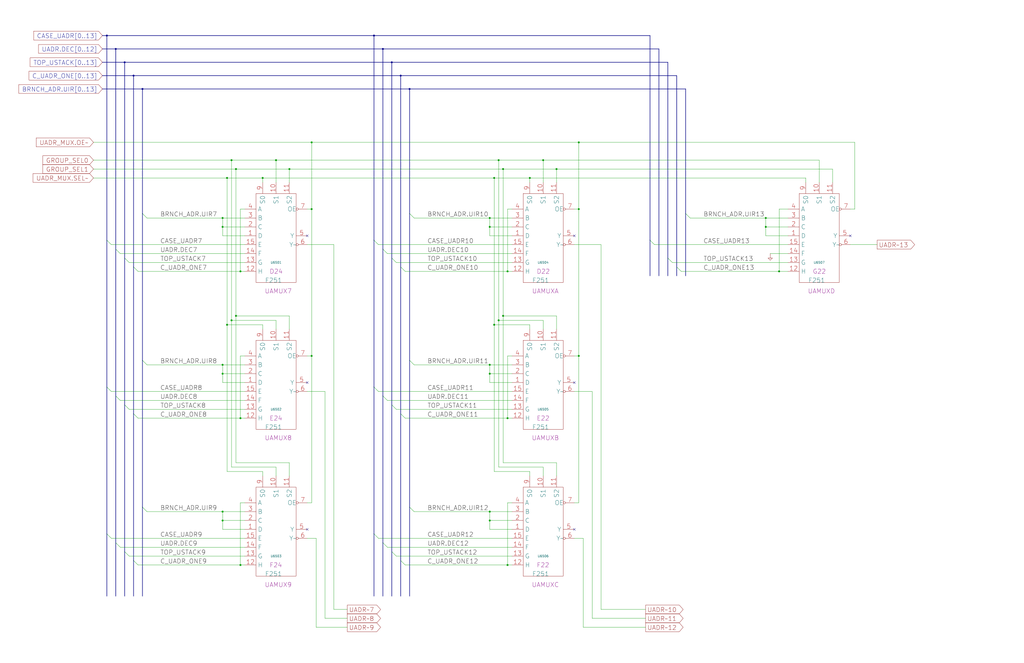
<source format=kicad_sch>
(kicad_sch (version 20250114) (generator "eeschema") (generator_version "9.0")
  (paper "User" 584.2 378.46)
  (title_block (title "UADR MUX - BITS (7:15)") (date "22-MAY-90") (rev "1.0") (comment 1 "SEQUENCER") (comment 2 "232-003064") (comment 3 "S400") (comment 4 "RELEASED"))
  (lib_symbols
    (symbol "r1000:F251" (pin_names (offset 1.016))
      (property "Reference" "U" (at 2.54 5.08 0))
      (property "Value" "F251" (at -3.81 -5.08 0))
      (property "Location" "___" (at -1.27 0 0))
      (property "Name" "______" (at 3.81 -12.7 0))
      (symbol "F251_1_1"
        (rectangle (start -8.89 44.45) (end 13.97 -6.35))
        (circle (center 14.605 35.56) (radius 0.635))
        (circle (center 14.605 15.24) (radius 0.635))
        (pin input line (at -15.24 35.56 0) (length 6.35) (name "A") (number "4"))
        (pin input line (at -15.24 30.48 0) (length 6.35) (name "B") (number "3"))
        (pin input line (at -15.24 25.4 0) (length 6.35) (name "C") (number "2"))
        (pin input line (at -15.24 20.32 0) (length 6.35) (name "D") (number "1"))
        (pin input line (at -15.24 15.24 0) (length 6.35) (name "E") (number "15"))
        (pin input line (at -15.24 10.16 0) (length 6.35) (name "F") (number "14"))
        (pin input line (at -15.24 5.08 0) (length 6.35) (name "G") (number "13"))
        (pin input line (at -15.24 0 0) (length 6.35) (name "H") (number "12"))
        (pin input line (at -5.08 50.8 270) (length 6.35) (name "S0") (number "9"))
        (pin input line (at 2.54 50.8 270) (length 6.35) (name "S1") (number "10"))
        (pin input line (at 10.16 50.8 270) (length 6.35) (name "S2") (number "11"))
        (pin input line (at 20.32 35.56 180) (length 5.08) (name "OE") (number "7"))
        (pin tri_state line (at 20.32 20.32 180) (length 6.35) (name "Y") (number "5"))
        (pin tri_state line (at 20.32 15.24 180) (length 5.08) (name "Y~") (number "6"))
      )
    )
    (symbol "r1000:PD" (power) (pin_numbers (hide yes)) (pin_names (hide yes)) (in_bom no)
      (symbol "PD_0_1"
        (polyline (pts (xy 0 -2.54) (xy 1.27 -2.54) (xy 0 -3.81) (xy -1.27 -2.54) (xy 0 -2.54)) (stroke (width 0.1524)))
      )
      (symbol "PD_1_1"
        (pin power_in line (at 0 0 270) (length 2.54) (name "PD") (number "1"))
      )
    )
  )
  (junction (at 279.4 129.54))
  (junction (at 134.62 96.52))
  (junction (at 289.56 322.58))
  (junction (at 165.1 96.52))
  (junction (at 223.52 35.56))
  (junction (at 137.16 238.76))
  (junction (at 279.4 124.46))
  (junction (at 137.16 154.94))
  (junction (at 76.2 43.18))
  (junction (at 302.26 101.6))
  (junction (at 218.44 27.94))
  (junction (at 233.68 50.8))
  (junction (at 129.54 101.6))
  (junction (at 281.94 185.42))
  (junction (at 279.4 208.28))
  (junction (at 436.88 124.46))
  (junction (at 134.62 180.34))
  (junction (at 330.2 203.2))
  (junction (at 281.94 101.6))
  (junction (at 287.02 180.34))
  (junction (at 284.48 91.44))
  (junction (at 284.48 182.88))
  (junction (at 127 292.1))
  (junction (at 289.56 238.76))
  (junction (at 444.5 154.94))
  (junction (at 127 129.54))
  (junction (at 330.2 119.38))
  (junction (at 177.8 203.2))
  (junction (at 149.86 101.6))
  (junction (at 279.4 292.1))
  (junction (at 157.48 91.44))
  (junction (at 81.28 50.8))
  (junction (at 309.88 91.44))
  (junction (at 228.6 43.18))
  (junction (at 330.2 81.28))
  (junction (at 127 213.36))
  (junction (at 127 208.28))
  (junction (at 132.08 91.44))
  (junction (at 213.36 20.32))
  (junction (at 127 297.18))
  (junction (at 66.04 27.94))
  (junction (at 436.88 129.54))
  (junction (at 317.5 96.52))
  (junction (at 289.56 154.94))
  (junction (at 137.16 322.58))
  (junction (at 279.4 297.18))
  (junction (at 129.54 185.42))
  (junction (at 177.8 119.38))
  (junction (at 60.96 20.32))
  (junction (at 177.8 81.28))
  (junction (at 71.12 35.56))
  (junction (at 279.4 213.36))
  (junction (at 287.02 96.52))
  (junction (at 127 124.46))
  (junction (at 132.08 182.88))
  (no_connect (at 175.26 218.44))
  (no_connect (at 175.26 302.26))
  (no_connect (at 175.26 134.62))
  (no_connect (at 327.66 218.44))
  (no_connect (at 327.66 134.62))
  (no_connect (at 485.14 134.62))
  (no_connect (at 327.66 302.26))
  (bus_entry (at 76.2 236.22) (size 2.54 2.54))
  (bus_entry (at 60.96 304.8) (size 2.54 2.54))
  (bus_entry (at 71.12 147.32) (size 2.54 2.54))
  (bus_entry (at 66.04 309.88) (size 2.54 2.54))
  (bus_entry (at 386.08 152.4) (size 2.54 2.54))
  (bus_entry (at 391.16 121.92) (size 2.54 2.54))
  (bus_entry (at 81.28 289.56) (size 2.54 2.54))
  (bus_entry (at 223.52 231.14) (size 2.54 2.54))
  (bus_entry (at 370.84 137.16) (size 2.54 2.54))
  (bus_entry (at 223.52 314.96) (size 2.54 2.54))
  (bus_entry (at 66.04 226.06) (size 2.54 2.54))
  (bus_entry (at 81.28 121.92) (size 2.54 2.54))
  (bus_entry (at 233.68 289.56) (size 2.54 2.54))
  (bus_entry (at 213.36 304.8) (size 2.54 2.54))
  (bus_entry (at 218.44 142.24) (size 2.54 2.54))
  (bus_entry (at 228.6 152.4) (size 2.54 2.54))
  (bus_entry (at 60.96 137.16) (size 2.54 2.54))
  (bus_entry (at 233.68 121.92) (size 2.54 2.54))
  (bus_entry (at 213.36 137.16) (size 2.54 2.54))
  (bus_entry (at 76.2 320.04) (size 2.54 2.54))
  (bus_entry (at 228.6 320.04) (size 2.54 2.54))
  (bus_entry (at 233.68 205.74) (size 2.54 2.54))
  (bus_entry (at 71.12 314.96) (size 2.54 2.54))
  (bus_entry (at 76.2 152.4) (size 2.54 2.54))
  (bus_entry (at 218.44 309.88) (size 2.54 2.54))
  (bus_entry (at 81.28 205.74) (size 2.54 2.54))
  (bus_entry (at 213.36 220.98) (size 2.54 2.54))
  (bus_entry (at 218.44 226.06) (size 2.54 2.54))
  (bus_entry (at 223.52 147.32) (size 2.54 2.54))
  (bus_entry (at 71.12 231.14) (size 2.54 2.54))
  (bus_entry (at 381 147.32) (size 2.54 2.54))
  (bus_entry (at 66.04 142.24) (size 2.54 2.54))
  (bus_entry (at 60.96 220.98) (size 2.54 2.54))
  (bus_entry (at 228.6 236.22) (size 2.54 2.54))
  (wire (pts (xy 279.4 134.62) (xy 292.1 134.62)))
  (wire (pts (xy 149.86 269.24) (xy 129.54 269.24)))
  (bus (pts (xy 233.68 205.74) (xy 233.68 289.56)))
  (bus (pts (xy 66.04 27.94) (xy 66.04 142.24)))
  (wire (pts (xy 309.88 187.96) (xy 309.88 182.88)))
  (wire (pts (xy 165.1 187.96) (xy 165.1 180.34)))
  (wire (pts (xy 485.14 139.7) (xy 500.38 139.7)))
  (wire (pts (xy 132.08 182.88) (xy 132.08 91.44)))
  (wire (pts (xy 63.5 139.7) (xy 139.7 139.7)))
  (wire (pts (xy 149.86 187.96) (xy 149.86 185.42)))
  (wire (pts (xy 127 218.44) (xy 139.7 218.44)))
  (wire (pts (xy 436.88 129.54) (xy 449.58 129.54)))
  (wire (pts (xy 327.66 139.7) (xy 342.9 139.7)))
  (wire (pts (xy 309.88 91.44) (xy 309.88 104.14)))
  (bus (pts (xy 391.16 50.8) (xy 391.16 121.92)))
  (bus (pts (xy 213.36 20.32) (xy 213.36 137.16)))
  (wire (pts (xy 185.42 223.52) (xy 185.42 353.06)))
  (bus (pts (xy 375.92 27.94) (xy 375.92 157.48)))
  (wire (pts (xy 309.88 91.44) (xy 467.36 91.44)))
  (wire (pts (xy 485.14 119.38) (xy 487.68 119.38)))
  (bus (pts (xy 228.6 152.4) (xy 228.6 236.22)))
  (wire (pts (xy 63.5 307.34) (xy 139.7 307.34)))
  (wire (pts (xy 292.1 119.38) (xy 289.56 119.38)))
  (wire (pts (xy 132.08 182.88) (xy 157.48 182.88)))
  (bus (pts (xy 233.68 50.8) (xy 233.68 121.92)))
  (wire (pts (xy 327.66 223.52) (xy 337.82 223.52)))
  (wire (pts (xy 127 129.54) (xy 127 134.62)))
  (wire (pts (xy 226.06 233.68) (xy 292.1 233.68)))
  (wire (pts (xy 327.66 203.2) (xy 330.2 203.2)))
  (wire (pts (xy 190.5 139.7) (xy 190.5 347.98)))
  (bus (pts (xy 58.42 50.8) (xy 81.28 50.8)))
  (wire (pts (xy 139.7 292.1) (xy 127 292.1)))
  (bus (pts (xy 233.68 289.56) (xy 233.68 340.36)))
  (wire (pts (xy 68.58 228.6) (xy 139.7 228.6)))
  (wire (pts (xy 289.56 154.94) (xy 292.1 154.94)))
  (wire (pts (xy 279.4 213.36) (xy 279.4 218.44)))
  (wire (pts (xy 289.56 119.38) (xy 289.56 154.94)))
  (wire (pts (xy 175.26 119.38) (xy 177.8 119.38)))
  (wire (pts (xy 139.7 119.38) (xy 137.16 119.38)))
  (bus (pts (xy 386.08 152.4) (xy 386.08 157.48)))
  (wire (pts (xy 127 124.46) (xy 127 129.54)))
  (bus (pts (xy 66.04 27.94) (xy 218.44 27.94)))
  (wire (pts (xy 373.38 139.7) (xy 449.58 139.7)))
  (wire (pts (xy 327.66 307.34) (xy 332.74 307.34)))
  (wire (pts (xy 127 297.18) (xy 127 302.26)))
  (wire (pts (xy 127 297.18) (xy 139.7 297.18)))
  (wire (pts (xy 231.14 154.94) (xy 289.56 154.94)))
  (wire (pts (xy 289.56 287.02) (xy 289.56 322.58)))
  (wire (pts (xy 127 292.1) (xy 127 297.18)))
  (wire (pts (xy 83.82 124.46) (xy 127 124.46)))
  (wire (pts (xy 444.5 119.38) (xy 444.5 154.94)))
  (bus (pts (xy 81.28 289.56) (xy 81.28 340.36)))
  (bus (pts (xy 71.12 35.56) (xy 223.52 35.56)))
  (wire (pts (xy 127 302.26) (xy 139.7 302.26)))
  (bus (pts (xy 66.04 226.06) (xy 66.04 309.88)))
  (wire (pts (xy 302.26 101.6) (xy 302.26 104.14)))
  (bus (pts (xy 60.96 137.16) (xy 60.96 220.98)))
  (wire (pts (xy 292.1 292.1) (xy 279.4 292.1)))
  (bus (pts (xy 58.42 35.56) (xy 71.12 35.56)))
  (wire (pts (xy 63.5 223.52) (xy 139.7 223.52)))
  (wire (pts (xy 279.4 124.46) (xy 279.4 129.54)))
  (wire (pts (xy 289.56 322.58) (xy 292.1 322.58)))
  (wire (pts (xy 309.88 271.78) (xy 309.88 266.7)))
  (wire (pts (xy 281.94 185.42) (xy 281.94 269.24)))
  (wire (pts (xy 279.4 302.26) (xy 292.1 302.26)))
  (wire (pts (xy 137.16 287.02) (xy 137.16 322.58)))
  (bus (pts (xy 223.52 35.56) (xy 223.52 147.32)))
  (wire (pts (xy 53.34 91.44) (xy 132.08 91.44)))
  (wire (pts (xy 459.74 101.6) (xy 459.74 104.14)))
  (wire (pts (xy 157.48 266.7) (xy 132.08 266.7)))
  (wire (pts (xy 226.06 317.5) (xy 292.1 317.5)))
  (wire (pts (xy 185.42 353.06) (xy 198.12 353.06)))
  (wire (pts (xy 127 208.28) (xy 127 213.36)))
  (bus (pts (xy 218.44 309.88) (xy 218.44 340.36)))
  (wire (pts (xy 175.26 307.34) (xy 180.34 307.34)))
  (bus (pts (xy 228.6 236.22) (xy 228.6 320.04)))
  (wire (pts (xy 279.4 213.36) (xy 292.1 213.36)))
  (bus (pts (xy 386.08 43.18) (xy 386.08 152.4)))
  (wire (pts (xy 137.16 238.76) (xy 139.7 238.76)))
  (wire (pts (xy 383.54 149.86) (xy 449.58 149.86)))
  (wire (pts (xy 436.88 134.62) (xy 449.58 134.62)))
  (wire (pts (xy 279.4 292.1) (xy 279.4 297.18)))
  (wire (pts (xy 292.1 124.46) (xy 279.4 124.46)))
  (wire (pts (xy 474.98 96.52) (xy 474.98 104.14)))
  (wire (pts (xy 139.7 208.28) (xy 127 208.28)))
  (wire (pts (xy 180.34 358.14) (xy 198.12 358.14)))
  (wire (pts (xy 139.7 124.46) (xy 127 124.46)))
  (wire (pts (xy 292.1 203.2) (xy 289.56 203.2)))
  (wire (pts (xy 177.8 203.2) (xy 177.8 119.38)))
  (wire (pts (xy 73.66 149.86) (xy 139.7 149.86)))
  (wire (pts (xy 177.8 287.02) (xy 177.8 203.2)))
  (wire (pts (xy 284.48 91.44) (xy 309.88 91.44)))
  (bus (pts (xy 213.36 220.98) (xy 213.36 304.8)))
  (wire (pts (xy 134.62 96.52) (xy 165.1 96.52)))
  (wire (pts (xy 137.16 119.38) (xy 137.16 154.94)))
  (bus (pts (xy 60.96 20.32) (xy 60.96 137.16)))
  (bus (pts (xy 218.44 142.24) (xy 218.44 226.06)))
  (bus (pts (xy 81.28 121.92) (xy 81.28 205.74)))
  (wire (pts (xy 165.1 96.52) (xy 165.1 104.14)))
  (bus (pts (xy 223.52 35.56) (xy 381 35.56)))
  (wire (pts (xy 436.88 124.46) (xy 436.88 129.54)))
  (bus (pts (xy 71.12 231.14) (xy 71.12 314.96)))
  (wire (pts (xy 149.86 271.78) (xy 149.86 269.24)))
  (bus (pts (xy 66.04 309.88) (xy 66.04 340.36)))
  (wire (pts (xy 337.82 223.52) (xy 337.82 353.06)))
  (bus (pts (xy 81.28 205.74) (xy 81.28 289.56)))
  (bus (pts (xy 233.68 121.92) (xy 233.68 205.74)))
  (wire (pts (xy 157.48 91.44) (xy 157.48 104.14)))
  (wire (pts (xy 236.22 292.1) (xy 279.4 292.1)))
  (bus (pts (xy 71.12 35.56) (xy 71.12 147.32)))
  (wire (pts (xy 134.62 180.34) (xy 165.1 180.34)))
  (wire (pts (xy 231.14 238.76) (xy 289.56 238.76)))
  (wire (pts (xy 220.98 144.78) (xy 292.1 144.78)))
  (wire (pts (xy 327.66 287.02) (xy 330.2 287.02)))
  (wire (pts (xy 292.1 208.28) (xy 279.4 208.28)))
  (bus (pts (xy 76.2 236.22) (xy 76.2 320.04)))
  (wire (pts (xy 78.74 238.76) (xy 137.16 238.76)))
  (wire (pts (xy 330.2 81.28) (xy 177.8 81.28)))
  (wire (pts (xy 302.26 269.24) (xy 281.94 269.24)))
  (wire (pts (xy 226.06 149.86) (xy 292.1 149.86)))
  (bus (pts (xy 223.52 314.96) (xy 223.52 340.36)))
  (wire (pts (xy 436.88 129.54) (xy 436.88 134.62)))
  (bus (pts (xy 58.42 20.32) (xy 60.96 20.32)))
  (wire (pts (xy 317.5 187.96) (xy 317.5 180.34)))
  (bus (pts (xy 370.84 137.16) (xy 370.84 157.48)))
  (wire (pts (xy 215.9 139.7) (xy 292.1 139.7)))
  (wire (pts (xy 157.48 91.44) (xy 284.48 91.44)))
  (wire (pts (xy 289.56 203.2) (xy 289.56 238.76)))
  (bus (pts (xy 58.42 27.94) (xy 66.04 27.94)))
  (wire (pts (xy 73.66 233.68) (xy 139.7 233.68)))
  (wire (pts (xy 177.8 81.28) (xy 177.8 119.38)))
  (wire (pts (xy 53.34 81.28) (xy 177.8 81.28)))
  (wire (pts (xy 175.26 223.52) (xy 185.42 223.52)))
  (bus (pts (xy 60.96 220.98) (xy 60.96 304.8)))
  (wire (pts (xy 53.34 96.52) (xy 134.62 96.52)))
  (wire (pts (xy 281.94 185.42) (xy 302.26 185.42)))
  (wire (pts (xy 439.42 144.78) (xy 449.58 144.78)))
  (bus (pts (xy 381 35.56) (xy 381 147.32)))
  (wire (pts (xy 68.58 144.78) (xy 139.7 144.78)))
  (wire (pts (xy 132.08 91.44) (xy 157.48 91.44)))
  (wire (pts (xy 149.86 101.6) (xy 281.94 101.6)))
  (wire (pts (xy 281.94 101.6) (xy 302.26 101.6)))
  (wire (pts (xy 449.58 124.46) (xy 436.88 124.46)))
  (wire (pts (xy 127 134.62) (xy 139.7 134.62)))
  (bus (pts (xy 381 147.32) (xy 381 157.48)))
  (wire (pts (xy 332.74 307.34) (xy 332.74 358.14)))
  (wire (pts (xy 137.16 203.2) (xy 137.16 238.76)))
  (wire (pts (xy 317.5 271.78) (xy 317.5 264.16)))
  (wire (pts (xy 220.98 228.6) (xy 292.1 228.6)))
  (bus (pts (xy 391.16 121.92) (xy 391.16 157.48)))
  (wire (pts (xy 284.48 182.88) (xy 309.88 182.88)))
  (wire (pts (xy 83.82 292.1) (xy 127 292.1)))
  (wire (pts (xy 129.54 185.42) (xy 129.54 101.6)))
  (wire (pts (xy 467.36 91.44) (xy 467.36 104.14)))
  (wire (pts (xy 302.26 187.96) (xy 302.26 185.42)))
  (bus (pts (xy 66.04 142.24) (xy 66.04 226.06)))
  (wire (pts (xy 220.98 312.42) (xy 292.1 312.42)))
  (wire (pts (xy 330.2 203.2) (xy 330.2 119.38)))
  (bus (pts (xy 213.36 304.8) (xy 213.36 340.36)))
  (wire (pts (xy 137.16 154.94) (xy 139.7 154.94)))
  (wire (pts (xy 449.58 119.38) (xy 444.5 119.38)))
  (wire (pts (xy 279.4 297.18) (xy 292.1 297.18)))
  (wire (pts (xy 342.9 139.7) (xy 342.9 347.98)))
  (wire (pts (xy 180.34 307.34) (xy 180.34 358.14)))
  (bus (pts (xy 228.6 43.18) (xy 386.08 43.18)))
  (bus (pts (xy 81.28 50.8) (xy 81.28 121.92)))
  (wire (pts (xy 327.66 119.38) (xy 330.2 119.38)))
  (wire (pts (xy 287.02 180.34) (xy 317.5 180.34)))
  (wire (pts (xy 175.26 139.7) (xy 190.5 139.7)))
  (wire (pts (xy 231.14 322.58) (xy 289.56 322.58)))
  (wire (pts (xy 83.82 208.28) (xy 127 208.28)))
  (wire (pts (xy 157.48 187.96) (xy 157.48 182.88)))
  (wire (pts (xy 330.2 287.02) (xy 330.2 203.2)))
  (bus (pts (xy 213.36 137.16) (xy 213.36 220.98)))
  (wire (pts (xy 175.26 203.2) (xy 177.8 203.2)))
  (wire (pts (xy 132.08 266.7) (xy 132.08 182.88)))
  (wire (pts (xy 215.9 223.52) (xy 292.1 223.52)))
  (bus (pts (xy 60.96 20.32) (xy 213.36 20.32)))
  (wire (pts (xy 292.1 287.02) (xy 289.56 287.02)))
  (wire (pts (xy 287.02 96.52) (xy 287.02 180.34)))
  (wire (pts (xy 317.5 96.52) (xy 317.5 104.14)))
  (wire (pts (xy 127 213.36) (xy 127 218.44)))
  (bus (pts (xy 218.44 27.94) (xy 218.44 142.24)))
  (wire (pts (xy 165.1 96.52) (xy 287.02 96.52)))
  (wire (pts (xy 302.26 271.78) (xy 302.26 269.24)))
  (wire (pts (xy 281.94 101.6) (xy 281.94 185.42)))
  (wire (pts (xy 284.48 91.44) (xy 284.48 182.88)))
  (wire (pts (xy 317.5 264.16) (xy 287.02 264.16)))
  (wire (pts (xy 78.74 154.94) (xy 137.16 154.94)))
  (wire (pts (xy 68.58 312.42) (xy 139.7 312.42)))
  (bus (pts (xy 76.2 43.18) (xy 76.2 152.4)))
  (bus (pts (xy 223.52 231.14) (xy 223.52 314.96)))
  (wire (pts (xy 337.82 353.06) (xy 368.3 353.06)))
  (wire (pts (xy 289.56 238.76) (xy 292.1 238.76)))
  (wire (pts (xy 137.16 322.58) (xy 139.7 322.58)))
  (wire (pts (xy 175.26 287.02) (xy 177.8 287.02)))
  (bus (pts (xy 71.12 314.96) (xy 71.12 340.36)))
  (wire (pts (xy 487.68 119.38) (xy 487.68 81.28)))
  (bus (pts (xy 76.2 152.4) (xy 76.2 236.22)))
  (wire (pts (xy 139.7 287.02) (xy 137.16 287.02)))
  (bus (pts (xy 213.36 20.32) (xy 370.84 20.32)))
  (wire (pts (xy 157.48 271.78) (xy 157.48 266.7)))
  (wire (pts (xy 317.5 96.52) (xy 474.98 96.52)))
  (wire (pts (xy 279.4 129.54) (xy 292.1 129.54)))
  (wire (pts (xy 165.1 271.78) (xy 165.1 264.16)))
  (wire (pts (xy 279.4 208.28) (xy 279.4 213.36)))
  (bus (pts (xy 223.52 147.32) (xy 223.52 231.14)))
  (wire (pts (xy 332.74 358.14) (xy 368.3 358.14)))
  (wire (pts (xy 78.74 322.58) (xy 137.16 322.58)))
  (bus (pts (xy 233.68 50.8) (xy 391.16 50.8)))
  (wire (pts (xy 287.02 96.52) (xy 317.5 96.52)))
  (wire (pts (xy 134.62 264.16) (xy 134.62 180.34)))
  (wire (pts (xy 236.22 124.46) (xy 279.4 124.46)))
  (wire (pts (xy 165.1 264.16) (xy 134.62 264.16)))
  (bus (pts (xy 60.96 304.8) (xy 60.96 340.36)))
  (wire (pts (xy 149.86 101.6) (xy 149.86 104.14)))
  (wire (pts (xy 330.2 81.28) (xy 487.68 81.28)))
  (wire (pts (xy 284.48 182.88) (xy 284.48 266.7)))
  (wire (pts (xy 127 213.36) (xy 139.7 213.36)))
  (wire (pts (xy 279.4 129.54) (xy 279.4 134.62)))
  (wire (pts (xy 388.62 154.94) (xy 444.5 154.94)))
  (bus (pts (xy 218.44 226.06) (xy 218.44 309.88)))
  (bus (pts (xy 218.44 27.94) (xy 375.92 27.94)))
  (wire (pts (xy 302.26 101.6) (xy 459.74 101.6)))
  (wire (pts (xy 309.88 266.7) (xy 284.48 266.7)))
  (bus (pts (xy 81.28 50.8) (xy 233.68 50.8)))
  (bus (pts (xy 228.6 43.18) (xy 228.6 152.4)))
  (wire (pts (xy 236.22 208.28) (xy 279.4 208.28)))
  (wire (pts (xy 393.7 124.46) (xy 436.88 124.46)))
  (wire (pts (xy 134.62 180.34) (xy 134.62 96.52)))
  (wire (pts (xy 129.54 269.24) (xy 129.54 185.42)))
  (wire (pts (xy 53.34 101.6) (xy 129.54 101.6)))
  (wire (pts (xy 287.02 180.34) (xy 287.02 264.16)))
  (wire (pts (xy 330.2 119.38) (xy 330.2 81.28)))
  (wire (pts (xy 129.54 185.42) (xy 149.86 185.42)))
  (bus (pts (xy 58.42 43.18) (xy 76.2 43.18)))
  (wire (pts (xy 73.66 317.5) (xy 139.7 317.5)))
  (wire (pts (xy 279.4 218.44) (xy 292.1 218.44)))
  (bus (pts (xy 228.6 320.04) (xy 228.6 340.36)))
  (wire (pts (xy 139.7 203.2) (xy 137.16 203.2)))
  (wire (pts (xy 127 129.54) (xy 139.7 129.54)))
  (bus (pts (xy 76.2 43.18) (xy 228.6 43.18)))
  (wire (pts (xy 215.9 307.34) (xy 292.1 307.34)))
  (bus (pts (xy 76.2 320.04) (xy 76.2 340.36)))
  (wire (pts (xy 279.4 297.18) (xy 279.4 302.26)))
  (wire (pts (xy 444.5 154.94) (xy 449.58 154.94)))
  (bus (pts (xy 370.84 20.32) (xy 370.84 137.16)))
  (bus (pts (xy 71.12 147.32) (xy 71.12 231.14)))
  (wire (pts (xy 129.54 101.6) (xy 149.86 101.6)))
  (wire (pts (xy 190.5 347.98) (xy 198.12 347.98)))
  (wire (pts (xy 342.9 347.98) (xy 368.3 347.98)))
  (label "C_UADR_ONE10" (at 243.84 154.94 0) (effects (font (size 2.54 2.54))))
  (label "TOP_USTACK12" (at 243.84 317.5 0) (effects (font (size 2.54 2.54))))
  (label "UADR.DEC12" (at 243.84 312.42 0) (effects (font (size 2.54 2.54))))
  (label "C_UADR_ONE13" (at 401.32 154.94 0) (effects (font (size 2.54 2.54))))
  (label "CASE_UADR13" (at 401.32 139.7 0) (effects (font (size 2.54 2.54))))
  (label "BRNCH_ADR.UIR10" (at 243.84 124.46 0) (effects (font (size 2.54 2.54))))
  (label "UADR.DEC10" (at 243.84 144.78 0) (effects (font (size 2.54 2.54))))
  (label "C_UADR_ONE8" (at 91.44 238.76 0) (effects (font (size 2.54 2.54))))
  (label "C_UADR_ONE9" (at 91.44 322.58 0) (effects (font (size 2.54 2.54))))
  (label "C_UADR_ONE11" (at 243.84 238.76 0) (effects (font (size 2.54 2.54))))
  (label "TOP_USTACK7" (at 91.44 149.86 0) (effects (font (size 2.54 2.54))))
  (label "BRNCH_ADR.UIR8" (at 91.44 208.28 0) (effects (font (size 2.54 2.54))))
  (label "BRNCH_ADR.UIR13" (at 401.32 124.46 0) (effects (font (size 2.54 2.54))))
  (label "CASE_UADR12" (at 243.84 307.34 0) (effects (font (size 2.54 2.54))))
  (label "CASE_UADR9" (at 91.44 307.34 0) (effects (font (size 2.54 2.54))))
  (label "BRNCH_ADR.UIR12" (at 243.84 292.1 0) (effects (font (size 2.54 2.54))))
  (label "CASE_UADR8" (at 91.44 223.52 0) (effects (font (size 2.54 2.54))))
  (label "TOP_USTACK13" (at 401.32 149.86 0) (effects (font (size 2.54 2.54))))
  (label "UADR.DEC7" (at 91.44 144.78 0) (effects (font (size 2.54 2.54))))
  (label "CASE_UADR11" (at 243.84 223.52 0) (effects (font (size 2.54 2.54))))
  (label "TOP_USTACK10" (at 243.84 149.86 0) (effects (font (size 2.54 2.54))))
  (label "BRNCH_ADR.UIR11" (at 243.84 208.28 0) (effects (font (size 2.54 2.54))))
  (label "TOP_USTACK8" (at 91.44 233.68 0) (effects (font (size 2.54 2.54))))
  (label "TOP_USTACK11" (at 243.84 233.68 0) (effects (font (size 2.54 2.54))))
  (label "UADR.DEC9" (at 91.44 312.42 0) (effects (font (size 2.54 2.54))))
  (label "UADR.DEC8" (at 91.44 228.6 0) (effects (font (size 2.54 2.54))))
  (label "UADR.DEC11" (at 243.84 228.6 0) (effects (font (size 2.54 2.54))))
  (label "BRNCH_ADR.UIR7" (at 91.44 124.46 0) (effects (font (size 2.54 2.54))))
  (label "C_UADR_ONE7" (at 91.44 154.94 0) (effects (font (size 2.54 2.54))))
  (label "CASE_UADR10" (at 243.84 139.7 0) (effects (font (size 2.54 2.54))))
  (label "C_UADR_ONE12" (at 243.84 322.58 0) (effects (font (size 2.54 2.54))))
  (label "CASE_UADR7" (at 91.44 139.7 0) (effects (font (size 2.54 2.54))))
  (label "TOP_USTACK9" (at 91.44 317.5 0) (effects (font (size 2.54 2.54))))
  (label "BRNCH_ADR.UIR9" (at 91.44 292.1 0) (effects (font (size 2.54 2.54))))
  (global_label "TOP_USTACK[0..13]" (shape input) (at 58.42 35.56 180) (effects (font (size 2.54 2.54))) (property "Intersheetrefs" "${INTERSHEET_REFS}" (at 17.1873 35.4013 0) (effects (font (size 1.905 1.905)) (justify right))))
  (global_label "UADR~13" (shape output) (at 500.38 139.7 0) (effects (font (size 2.54 2.54))) (property "Intersheetrefs" "${INTERSHEET_REFS}" (at 521.7765 139.5413 0) (effects (font (size 1.905 1.905)) (justify left))))
  (global_label "GROUP_SEL1" (shape input) (at 53.34 96.52 180) (effects (font (size 2.54 2.54))) (property "Intersheetrefs" "${INTERSHEET_REFS}" (at 24.4445 96.3613 0) (effects (font (size 1.905 1.905)) (justify right))))
  (global_label "UADR_MUX.OE~" (shape input) (at 53.34 81.28 180) (effects (font (size 2.54 2.54))) (property "Intersheetrefs" "${INTERSHEET_REFS}" (at 20.695 81.1213 0) (effects (font (size 1.905 1.905)) (justify right))))
  (global_label "UADR_MUX.SEL~" (shape input) (at 53.34 101.6 180) (effects (font (size 2.54 2.54))) (property "Intersheetrefs" "${INTERSHEET_REFS}" (at 18.8807 101.4413 0) (effects (font (size 1.905 1.905)) (justify right))))
  (global_label "UADR~12" (shape output) (at 368.3 358.14 0) (effects (font (size 2.54 2.54))) (property "Intersheetrefs" "${INTERSHEET_REFS}" (at 389.6965 357.9813 0) (effects (font (size 1.905 1.905)) (justify left))))
  (global_label "UADR~7" (shape output) (at 198.12 347.98 0) (effects (font (size 2.54 2.54))) (property "Intersheetrefs" "${INTERSHEET_REFS}" (at 217.0974 347.8213 0) (effects (font (size 1.905 1.905)) (justify left))))
  (global_label "CASE_UADR[0..13]" (shape input) (at 58.42 20.32 180) (effects (font (size 2.54 2.54))) (property "Intersheetrefs" "${INTERSHEET_REFS}" (at 19.2435 20.1613 0) (effects (font (size 1.905 1.905)) (justify right))))
  (global_label "UADR~8" (shape output) (at 198.12 353.06 0) (effects (font (size 2.54 2.54))) (property "Intersheetrefs" "${INTERSHEET_REFS}" (at 217.0974 352.9013 0) (effects (font (size 1.905 1.905)) (justify left))))
  (global_label "C_UADR_ONE[0..13]" (shape input) (at 58.42 43.18 180) (effects (font (size 2.54 2.54))) (property "Intersheetrefs" "${INTERSHEET_REFS}" (at 16.5826 43.0213 0) (effects (font (size 1.905 1.905)) (justify right))))
  (global_label "UADR~10" (shape output) (at 368.3 347.98 0) (effects (font (size 2.54 2.54))) (property "Intersheetrefs" "${INTERSHEET_REFS}" (at 389.6965 347.8213 0) (effects (font (size 1.905 1.905)) (justify left))))
  (global_label "BRNCH_ADR.UIR[0..13]" (shape input) (at 58.42 50.8 180) (effects (font (size 2.54 2.54))) (property "Intersheetrefs" "${INTERSHEET_REFS}" (at 10.7769 50.6413 0) (effects (font (size 1.905 1.905)) (justify right))))
  (global_label "UADR~11" (shape output) (at 368.3 353.06 0) (effects (font (size 2.54 2.54))) (property "Intersheetrefs" "${INTERSHEET_REFS}" (at 389.6965 352.9013 0) (effects (font (size 1.905 1.905)) (justify left))))
  (global_label "GROUP_SEL0" (shape input) (at 53.34 91.44 180) (effects (font (size 2.54 2.54))) (property "Intersheetrefs" "${INTERSHEET_REFS}" (at 24.4445 91.2813 0) (effects (font (size 1.905 1.905)) (justify right))))
  (global_label "UADR.DEC[0..12]" (shape input) (at 58.42 27.94 180) (effects (font (size 2.54 2.54))) (property "Intersheetrefs" "${INTERSHEET_REFS}" (at 22.0254 27.7813 0) (effects (font (size 1.905 1.905)) (justify right))))
  (global_label "UADR~9" (shape output) (at 198.12 358.14 0) (effects (font (size 2.54 2.54))) (property "Intersheetrefs" "${INTERSHEET_REFS}" (at 217.0974 357.9813 0) (effects (font (size 1.905 1.905)) (justify left))))
  (symbol (lib_id "r1000:F251") (at 154.94 154.94 0) (unit 1)
    (property "Reference" "U6501" (at 157.48 149.86 0))
    (property "Value" "F251" (at 151.13 160.02 0) (effects (font (size 2.54 2.54)) (justify left)))
    (property "Location" "D24" (at 153.67 154.94 0) (effects (font (size 2.54 2.54)) (justify left)))
    (property "Name" "UAMUX7" (at 158.75 167.64 0) (effects (font (size 2.54 2.54)) (justify bottom)))
  )
  (symbol (lib_id "r1000:F251") (at 307.34 238.76 0) (unit 1)
    (property "Reference" "U6505" (at 309.88 233.68 0))
    (property "Value" "F251" (at 303.53 243.84 0) (effects (font (size 2.54 2.54)) (justify left)))
    (property "Location" "E22" (at 306.07 238.76 0) (effects (font (size 2.54 2.54)) (justify left)))
    (property "Name" "UAMUXB" (at 311.15 251.46 0) (effects (font (size 2.54 2.54)) (justify bottom)))
  )
  (symbol (lib_id "r1000:PD") (at 439.42 144.78 0) (unit 1) (in_bom no)
    (property "Reference" "#PWR06501" (effects (hide yes)))
    (property "Value" "PD" (effects (hide yes)))
  )
  (symbol (lib_id "r1000:F251") (at 154.94 322.58 0) (unit 1)
    (property "Reference" "U6503" (at 157.48 317.5 0))
    (property "Value" "F251" (at 151.13 327.66 0) (effects (font (size 2.54 2.54)) (justify left)))
    (property "Location" "F24" (at 153.67 322.58 0) (effects (font (size 2.54 2.54)) (justify left)))
    (property "Name" "UAMUX9" (at 158.75 335.28 0) (effects (font (size 2.54 2.54)) (justify bottom)))
  )
  (symbol (lib_id "r1000:F251") (at 154.94 238.76 0) (unit 1)
    (property "Reference" "U6502" (at 157.48 233.68 0))
    (property "Value" "F251" (at 151.13 243.84 0) (effects (font (size 2.54 2.54)) (justify left)))
    (property "Location" "E24" (at 153.67 238.76 0) (effects (font (size 2.54 2.54)) (justify left)))
    (property "Name" "UAMUX8" (at 158.75 251.46 0) (effects (font (size 2.54 2.54)) (justify bottom)))
  )
  (symbol (lib_id "r1000:F251") (at 307.34 154.94 0) (unit 1)
    (property "Reference" "U6504" (at 309.88 149.86 0))
    (property "Value" "F251" (at 303.53 160.02 0) (effects (font (size 2.54 2.54)) (justify left)))
    (property "Location" "D22" (at 306.07 154.94 0) (effects (font (size 2.54 2.54)) (justify left)))
    (property "Name" "UAMUXA" (at 311.15 167.64 0) (effects (font (size 2.54 2.54)) (justify bottom)))
  )
  (symbol (lib_id "r1000:F251") (at 307.34 322.58 0) (unit 1)
    (property "Reference" "U6506" (at 309.88 317.5 0))
    (property "Value" "F251" (at 303.53 327.66 0) (effects (font (size 2.54 2.54)) (justify left)))
    (property "Location" "F22" (at 306.07 322.58 0) (effects (font (size 2.54 2.54)) (justify left)))
    (property "Name" "UAMUXC" (at 311.15 335.28 0) (effects (font (size 2.54 2.54)) (justify bottom)))
  )
  (symbol (lib_id "r1000:F251") (at 464.82 154.94 0) (unit 1)
    (property "Reference" "U6507" (at 467.36 149.86 0))
    (property "Value" "F251" (at 461.01 160.02 0) (effects (font (size 2.54 2.54)) (justify left)))
    (property "Location" "G22" (at 463.55 154.94 0) (effects (font (size 2.54 2.54)) (justify left)))
    (property "Name" "UAMUXD" (at 468.63 167.64 0) (effects (font (size 2.54 2.54)) (justify bottom)))
  )
)
</source>
